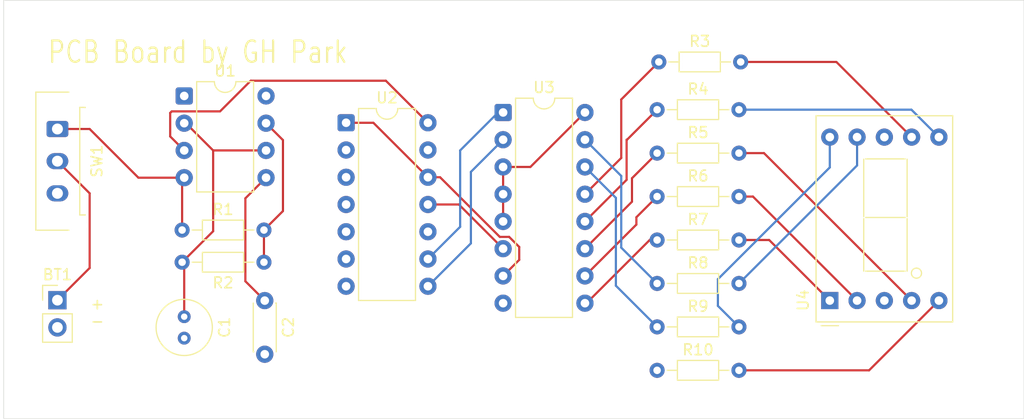
<source format=kicad_pcb>
(kicad_pcb (version 20241229) (generator "pcbnew") (generator_version "9.0")
  (layers (0 "F.Cu" signal) (2 "B.Cu" signal) (13 "F.Paste" user) (15 "B.Paste" user) (5 "F.SilkS" user "F.Silkscreen") (7 "B.SilkS" user "B.Silkscreen") (1 "F.Mask" user) (3 "B.Mask" user) (25 "Edge.Cuts" user))
  (net 0 "")
  (net 1 "GND")
  (net 2 "Net-(U1-DIS)")
  (net 3 "Net-(U1-CV)")
  (net 4 "VCC")
  (net 5 "Net-(U1-Q)")
  (net 6 "Net-(U3-a)")
  (net 7 "Net-(U3-b)")
  (net 8 "Net-(U3-c)")
  (net 9 "Net-(U3-d)")
  (net 10 "Net-(U3-e)")
  (net 11 "Net-(U3-f)")
  (net 12 "Net-(U3-g)")
  (net 13 "Net-(U2-Q2)")
  (net 14 "Net-(U2-CP1..3)")
  (net 15 "Net-(U2-Q3)")
  (net 16 "Net-(U2-Q1)")
  (net 17 "Net-(U1-THR)")
  (net 18 "Net-(U4-A)")
  (net 19 "Net-(U4-B)")
  (net 20 "Net-(U4-C)")
  (net 21 "Net-(U4-D)")
  (net 22 "Net-(U4-E)")
  (net 23 "Net-(U4-F)")
  (net 24 "Net-(U4-G)")
  (net 25 "Net-(U4-DP)")
  (net 27 "Net-(BT1-+)")
  (footprint "Resistor_THT:R_Axial_DIN0204_L3.6mm_D1.6mm_P7.62mm_Horizontal" (layer "F.Cu") (at 226 78.75)
    (property "Reference" "R3" (at 3.81 -1.92 0) (layer "F.SilkS"))
    (property "Value" "R")
    (fp_line (start 0.94 0) (end 1.89 0) (stroke (width 0.12)) (layer "F.SilkS"))
    (fp_line (start 6.68 0) (end 5.73 0) (stroke (width 0.12)) (layer "F.SilkS"))
    (fp_rect (start 1.89 -0.92) (end 5.73 0.92) (stroke (width 0.12)) (fill no) (layer "F.SilkS"))
    (pad "1" thru_hole circle (at 0 0) (size 1.4 1.4) (drill 0.7) (layers "*.Cu" "*.Mask") (net 6 "Net-(U3-a)"))
    (pad "2" thru_hole circle (at 7.62 0) (size 1.4 1.4) (drill 0.7) (layers "*.Cu" "*.Mask") (net 18 "Net-(U4-A)"))
  )
  (footprint "Connector_PinHeader_2.54mm:PinHeader_1x02_P2.54mm_Vertical" (layer "F.Cu") (at 170 100.96)
    (property "Reference" "BT1" (at 0 -2.38 0) (layer "F.SilkS"))
    (property "Value" "Battery")
    (fp_line (start -1.38 -1.38) (end 0 -1.38) (stroke (width 0.12)) (layer "F.SilkS"))
    (fp_line (start -1.38 0) (end -1.38 -1.38) (stroke (width 0.12)) (layer "F.SilkS"))
    (fp_line (start -1.38 1.27) (end -1.38 3.92) (stroke (width 0.12)) (layer "F.SilkS"))
    (fp_line (start -1.38 1.27) (end 1.38 1.27) (stroke (width 0.12)) (layer "F.SilkS"))
    (fp_line (start -1.38 3.92) (end 1.38 3.92) (stroke (width 0.12)) (layer "F.SilkS"))
    (fp_line (start 1.38 1.27) (end 1.38 3.92) (stroke (width 0.12)) (layer "F.SilkS"))
    (pad "1" thru_hole rect (at 0 0) (size 1.7 1.7) (drill 1) (layers "*.Cu" "*.Mask") (net 27 "Net-(BT1-+)"))
    (pad "2" thru_hole circle (at 0 2.54) (size 1.7 1.7) (drill 1) (layers "*.Cu" "*.Mask") (net 1 "GND"))
  )
  (footprint "Resistor_THT:R_Axial_DIN0204_L3.6mm_D1.6mm_P7.62mm_Horizontal" (layer "F.Cu") (at 181.61 94.42)
    (property "Reference" "R1" (at 3.81 -1.92 0) (layer "F.SilkS"))
    (property "Value" "10k")
    (fp_line (start 0.94 0) (end 1.89 0) (stroke (width 0.12)) (layer "F.SilkS"))
    (fp_line (start 6.68 0) (end 5.73 0) (stroke (width 0.12)) (layer "F.SilkS"))
    (fp_rect (start 1.89 -0.92) (end 5.73 0.92) (stroke (width 0.12)) (fill no) (layer "F.SilkS"))
    (pad "1" thru_hole circle (at 0 0) (size 1.4 1.4) (drill 0.7) (layers "*.Cu" "*.Mask") (net 4 "VCC"))
    (pad "2" thru_hole circle (at 7.62 0) (size 1.4 1.4) (drill 0.7) (layers "*.Cu" "*.Mask") (net 2 "Net-(U1-DIS)"))
  )
  (footprint "Package_DIP:DIP-14_W7.62mm" (layer "F.Cu") (at 196.88 84.42)
    (property "Reference" "U2" (at 3.81 -2.33 0) (layer "F.SilkS"))
    (property "Value" "74LS90")
    (fp_line (start 1.16 -1.33) (end 1.16 16.57) (stroke (width 0.12)) (layer "F.SilkS"))
    (fp_line (start 1.16 16.57) (end 6.46 16.57) (stroke (width 0.12)) (layer "F.SilkS"))
    (fp_line (start 2.81 -1.33) (end 1.16 -1.33) (stroke (width 0.12)) (layer "F.SilkS"))
    (fp_line (start 6.46 -1.33) (end 4.81 -1.33) (stroke (width 0.12)) (layer "F.SilkS"))
    (fp_line (start 6.46 16.57) (end 6.46 -1.33) (stroke (width 0.12)) (layer "F.SilkS"))
    (fp_arc (start 4.81 -1.33) (mid 3.81 -0.33) (end 2.81 -1.33) (stroke (width 0.12)) (layer "F.SilkS"))
    (pad "1" thru_hole roundrect (at 0 0) (size 1.6 1.6) (drill 0.8) (layers "*.Cu" "*.Mask") (roundrect_rratio 0.15625) (net 14 "Net-(U2-CP1..3)"))
    (pad "2" thru_hole circle (at 0 2.54) (size 1.6 1.6) (drill 0.8) (layers "*.Cu" "*.Mask") (net 1 "GND"))
    (pad "3" thru_hole circle (at 0 5.08) (size 1.6 1.6) (drill 0.8) (layers "*.Cu" "*.Mask") (net 1 "GND"))
    (pad "4" thru_hole circle (at 0 7.62) (size 1.6 1.6) (drill 0.8) (layers "*.Cu" "*.Mask"))
    (pad "5" thru_hole circle (at 0 10.16) (size 1.6 1.6) (drill 0.8) (layers "*.Cu" "*.Mask") (net 4 "VCC"))
    (pad "6" thru_hole circle (at 0 12.7) (size 1.6 1.6) (drill 0.8) (layers "*.Cu" "*.Mask") (net 1 "GND"))
    (pad "7" thru_hole circle (at 0 15.24) (size 1.6 1.6) (drill 0.8) (layers "*.Cu" "*.Mask") (net 1 "GND"))
    (pad "8" thru_hole circle (at 7.62 15.24) (size 1.6 1.6) (drill 0.8) (layers "*.Cu" "*.Mask") (net 13 "Net-(U2-Q2)"))
    (pad "9" thru_hole circle (at 7.62 12.7) (size 1.6 1.6) (drill 0.8) (layers "*.Cu" "*.Mask") (net 16 "Net-(U2-Q1)"))
    (pad "10" thru_hole circle (at 7.62 10.16) (size 1.6 1.6) (drill 0.8) (layers "*.Cu" "*.Mask") (net 1 "GND"))
    (pad "11" thru_hole circle (at 7.62 7.62) (size 1.6 1.6) (drill 0.8) (layers "*.Cu" "*.Mask") (net 15 "Net-(U2-Q3)"))
    (pad "12" thru_hole circle (at 7.62 5.08) (size 1.6 1.6) (drill 0.8) (layers "*.Cu" "*.Mask") (net 14 "Net-(U2-CP1..3)"))
    (pad "13" thru_hole circle (at 7.62 2.54) (size 1.6 1.6) (drill 0.8) (layers "*.Cu" "*.Mask"))
    (pad "14" thru_hole circle (at 7.62 0) (size 1.6 1.6) (drill 0.8) (layers "*.Cu" "*.Mask") (net 5 "Net-(U1-Q)"))
  )
  (footprint "Package_DIP:DIP-8_W7.62mm" (layer "F.Cu") (at 181.805 81.92)
    (property "Reference" "U1" (at 3.81 -2.33 0) (layer "F.SilkS"))
    (property "Value" "NE555P")
    (fp_line (start 1.16 -1.33) (end 1.16 8.95) (stroke (width 0.12)) (layer "F.SilkS"))
    (fp_line (start 1.16 8.95) (end 6.46 8.95) (stroke (width 0.12)) (layer "F.SilkS"))
    (fp_line (start 2.81 -1.33) (end 1.16 -1.33) (stroke (width 0.12)) (layer "F.SilkS"))
    (fp_line (start 6.46 -1.33) (end 4.81 -1.33) (stroke (width 0.12)) (layer "F.SilkS"))
    (fp_line (start 6.46 8.95) (end 6.46 -1.33) (stroke (width 0.12)) (layer "F.SilkS"))
    (fp_arc (start 4.81 -1.33) (mid 3.81 -0.33) (end 2.81 -1.33) (stroke (width 0.12)) (layer "F.SilkS"))
    (pad "1" thru_hole roundrect (at 0 0) (size 1.6 1.6) (drill 0.8) (layers "*.Cu" "*.Mask") (roundrect_rratio 0.15625) (net 1 "GND"))
    (pad "2" thru_hole circle (at 0 2.54) (size 1.6 1.6) (drill 0.8) (layers "*.Cu" "*.Mask") (net 17 "Net-(U1-THR)"))
    (pad "3" thru_hole circle (at 0 5.08) (size 1.6 1.6) (drill 0.8) (layers "*.Cu" "*.Mask") (net 5 "Net-(U1-Q)"))
    (pad "4" thru_hole circle (at 0 7.62) (size 1.6 1.6) (drill 0.8) (layers "*.Cu" "*.Mask") (net 4 "VCC"))
    (pad "5" thru_hole circle (at 7.62 7.62) (size 1.6 1.6) (drill 0.8) (layers "*.Cu" "*.Mask") (net 3 "Net-(U1-CV)"))
    (pad "6" thru_hole circle (at 7.62 5.08) (size 1.6 1.6) (drill 0.8) (layers "*.Cu" "*.Mask") (net 17 "Net-(U1-THR)"))
    (pad "7" thru_hole circle (at 7.62 2.54) (size 1.6 1.6) (drill 0.8) (layers "*.Cu" "*.Mask") (net 2 "Net-(U1-DIS)"))
    (pad "8" thru_hole circle (at 7.62 0) (size 1.6 1.6) (drill 0.8) (layers "*.Cu" "*.Mask") (net 4 "VCC"))
  )
  (footprint "Package_DIP:DIP-16_W7.62mm" (layer "F.Cu") (at 211.5 83.46)
    (property "Reference" "U3" (at 3.81 -2.33 0) (layer "F.SilkS"))
    (property "Value" "74LS48")
    (fp_line (start 1.16 -1.33) (end 1.16 19.11) (stroke (width 0.12)) (layer "F.SilkS"))
    (fp_line (start 1.16 19.11) (end 6.46 19.11) (stroke (width 0.12)) (layer "F.SilkS"))
    (fp_line (start 2.81 -1.33) (end 1.16 -1.33) (stroke (width 0.12)) (layer "F.SilkS"))
    (fp_line (start 6.46 -1.33) (end 4.81 -1.33) (stroke (width 0.12)) (layer "F.SilkS"))
    (fp_line (start 6.46 19.11) (end 6.46 -1.33) (stroke (width 0.12)) (layer "F.SilkS"))
    (fp_arc (start 4.81 -1.33) (mid 3.81 -0.33) (end 2.81 -1.33) (stroke (width 0.12)) (layer "F.SilkS"))
    (pad "1" thru_hole roundrect (at 0 0) (size 1.6 1.6) (drill 0.8) (layers "*.Cu" "*.Mask") (roundrect_rratio 0.15625) (net 16 "Net-(U2-Q1)"))
    (pad "2" thru_hole circle (at 0 2.54) (size 1.6 1.6) (drill 0.8) (layers "*.Cu" "*.Mask") (net 13 "Net-(U2-Q2)"))
    (pad "3" thru_hole circle (at 0 5.08) (size 1.6 1.6) (drill 0.8) (layers "*.Cu" "*.Mask") (net 4 "VCC"))
    (pad "4" thru_hole circle (at 0 7.62) (size 1.6 1.6) (drill 0.8) (layers "*.Cu" "*.Mask") (net 4 "VCC"))
    (pad "5" thru_hole circle (at 0 10.16) (size 1.6 1.6) (drill 0.8) (layers "*.Cu" "*.Mask") (net 4 "VCC"))
    (pad "6" thru_hole circle (at 0 12.7) (size 1.6 1.6) (drill 0.8) (layers "*.Cu" "*.Mask") (net 15 "Net-(U2-Q3)"))
    (pad "7" thru_hole circle (at 0 15.24) (size 1.6 1.6) (drill 0.8) (layers "*.Cu" "*.Mask") (net 14 "Net-(U2-CP1..3)"))
    (pad "8" thru_hole circle (at 0 17.78) (size 1.6 1.6) (drill 0.8) (layers "*.Cu" "*.Mask") (net 1 "GND"))
    (pad "9" thru_hole circle (at 7.62 17.78) (size 1.6 1.6) (drill 0.8) (layers "*.Cu" "*.Mask") (net 10 "Net-(U3-e)"))
    (pad "10" thru_hole circle (at 7.62 15.24) (size 1.6 1.6) (drill 0.8) (layers "*.Cu" "*.Mask") (net 9 "Net-(U3-d)"))
    (pad "11" thru_hole circle (at 7.62 12.7) (size 1.6 1.6) (drill 0.8) (layers "*.Cu" "*.Mask") (net 8 "Net-(U3-c)"))
    (pad "12" thru_hole circle (at 7.62 10.16) (size 1.6 1.6) (drill 0.8) (layers "*.Cu" "*.Mask") (net 7 "Net-(U3-b)"))
    (pad "13" thru_hole circle (at 7.62 7.62) (size 1.6 1.6) (drill 0.8) (layers "*.Cu" "*.Mask") (net 6 "Net-(U3-a)"))
    (pad "14" thru_hole circle (at 7.62 5.08) (size 1.6 1.6) (drill 0.8) (layers "*.Cu" "*.Mask") (net 12 "Net-(U3-g)"))
    (pad "15" thru_hole circle (at 7.62 2.54) (size 1.6 1.6) (drill 0.8) (layers "*.Cu" "*.Mask") (net 11 "Net-(U3-f)"))
    (pad "16" thru_hole circle (at 7.62 0) (size 1.6 1.6) (drill 0.8) (layers "*.Cu" "*.Mask") (net 4 "VCC"))
  )
  (footprint "Capacitor_THT:C_Disc_D4.3mm_W1.9mm_P5.00mm" (layer "F.Cu") (at 189.305 101 -90)
    (property "Reference" "C2" (at 2.5 -2.2 90) (layer "F.SilkS"))
    (property "Value" "C")
    (fp_line (start 4.77 1.07) (end 0.23 1.07) (stroke (width 0.12)) (layer "F.SilkS"))
    (fp_line (start 4.77 1.014) (end 4.77 1.07) (stroke (width 0.12)) (layer "F.SilkS"))
    (fp_line (start 0.23 -1.014) (end 0.23 -1.07) (stroke (width 0.12)) (layer "F.SilkS"))
    (fp_line (start 0.23 -1.07) (end 4.77 -1.07) (stroke (width 0.12)) (layer "F.SilkS"))
    (pad "1" thru_hole circle (at 0 0 270) (size 1.6 1.6) (drill 0.8) (layers "*.Cu" "*.Mask") (net 3 "Net-(U1-CV)"))
    (pad "2" thru_hole circle (at 5 0 270) (size 1.6 1.6) (drill 0.8) (layers "*.Cu" "*.Mask") (net 1 "GND"))
  )
  (footprint "Display_7Segment:D1X8K" (layer "F.Cu") (at 241.92 100.9975 90)
    (property "Reference" "U4" (at 0.03 -2.48 90) (layer "F.SilkS"))
    (property "Value" "D148K")
    (fp_line (start 17.23 -1.28) (end -1.99 -1.28) (stroke (width 0.12)) (layer "F.SilkS"))
    (fp_line (start 17.23 -1.28) (end 17.23 11.44) (stroke (width 0.12)) (layer "F.SilkS"))
    (fp_line (start -1.99 -1.28) (end -1.99 11.44) (stroke (width 0.12)) (layer "F.SilkS"))
    (fp_line (start -2.34 -0.8) (end -2.34 0.81) (stroke (width 0.12)) (layer "F.SilkS"))
    (fp_line (start 13.1832 3.1594) (end 7.8238 3.1594) (stroke (width 0.12)) (layer "F.SilkS"))
    (fp_line (start 7.646 3.1594) (end 2.7438 3.1594) (stroke (width 0.12)) (layer "F.SilkS"))
    (fp_line (start 13.2086 3.3372) (end 13.2086 7.0202) (stroke (width 0.12)) (layer "F.SilkS"))
    (fp_line (start 7.7476 3.3372) (end 7.7476 7.0202) (stroke (width 0.12)) (layer "F.SilkS"))
    (fp_line (start 2.7438 3.3372) (end 2.7438 7.0202) (stroke (width 0.12)) (layer "F.SilkS"))
    (fp_line (start 13.1832 7.198) (end 7.8238 7.198) (stroke (width 0.12)) (layer "F.SilkS"))
    (fp_line (start 7.646 7.198) (end 2.7438 7.198) (stroke (width 0.12)) (layer "F.SilkS"))
    (fp_line (start 17.23 11.44) (end -1.99 11.44) (stroke (width 0.12)) (layer "F.SilkS"))
    (fp_circle (center 2.557533 8.07) (end 2.836933 7.689) (stroke (width 0.12)) (fill no) (layer "F.SilkS"))
    (pad "1" thru_hole rect (at 0 0) (size 1.6 1.6) (drill 0.8) (layers "*.Cu" "*.Mask") (net 22 "Net-(U4-E)"))
    (pad "2" thru_hole circle (at 0 2.54) (size 1.6 1.6) (drill 0.8) (layers "*.Cu" "*.Mask") (net 21 "Net-(U4-D)"))
    (pad "3" thru_hole circle (at 0 5.08) (size 1.6 1.6) (drill 0.8) (layers "*.Cu" "*.Mask") (net 1 "GND"))
    (pad "4" thru_hole circle (at 0 7.62) (size 1.6 1.6) (drill 0.8) (layers "*.Cu" "*.Mask") (net 20 "Net-(U4-C)"))
    (pad "5" thru_hole circle (at 0 10.16) (size 1.6 1.6) (drill 0.8) (layers "*.Cu" "*.Mask") (net 25 "Net-(U4-DP)"))
    (pad "6" thru_hole circle (at 15.24 10.16) (size 1.6 1.6) (drill 0.8) (layers "*.Cu" "*.Mask") (net 19 "Net-(U4-B)"))
    (pad "7" thru_hole circle (at 15.24 7.62) (size 1.6 1.6) (drill 0.8) (layers "*.Cu" "*.Mask") (net 18 "Net-(U4-A)"))
    (pad "8" thru_hole circle (at 15.24 5.08) (size 1.6 1.6) (drill 0.8) (layers "*.Cu" "*.Mask") (net 1 "GND"))
    (pad "9" thru_hole circle (at 15.24 2.54) (size 1.6 1.6) (drill 0.8) (layers "*.Cu" "*.Mask") (net 23 "Net-(U4-F)"))
    (pad "10" thru_hole circle (at 15.24 0) (size 1.6 1.6) (drill 0.8) (layers "*.Cu" "*.Mask") (net 24 "Net-(U4-G)"))
  )
  (footprint "Capacitor_THT:C_Radial_D5.0mm_H5.0mm_P2.00mm" (layer "F.Cu") (at 181.805 102.5 -90)
    (property "Reference" "C1" (at 1 -3.75 270) (layer "F.SilkS"))
    (property "Value" "100u")
    (fp_circle (center 1 0) (end 3.62 0) (stroke (width 0.12)) (fill no) (layer "F.SilkS"))
    (pad "1" thru_hole circle (at 0 0 270) (size 1.2 1.2) (drill 0.6) (layers "*.Cu" "*.Mask") (net 17 "Net-(U1-THR)"))
    (pad "2" thru_hole circle (at 2 0 270) (size 1.2 1.2) (drill 0.6) (layers "*.Cu" "*.Mask") (net 1 "GND"))
  )
  (footprint "Resistor_THT:R_Axial_DIN0204_L3.6mm_D1.6mm_P7.62mm_Horizontal" (layer "F.Cu") (at 225.84 103.45)
    (property "Reference" "R9" (at 3.81 -1.92 0) (layer "F.SilkS"))
    (property "Value" "R")
    (fp_line (start 0.94 0) (end 1.89 0) (stroke (width 0.12)) (layer "F.SilkS"))
    (fp_line (start 6.68 0) (end 5.73 0) (stroke (width 0.12)) (layer "F.SilkS"))
    (fp_rect (start 1.89 -0.92) (end 5.73 0.92) (stroke (width 0.12)) (fill no) (layer "F.SilkS"))
    (pad "1" thru_hole circle (at 0 0) (size 1.4 1.4) (drill 0.7) (layers "*.Cu" "*.Mask") (net 12 "Net-(U3-g)"))
    (pad "2" thru_hole circle (at 7.62 0) (size 1.4 1.4) (drill 0.7) (layers "*.Cu" "*.Mask") (net 24 "Net-(U4-G)"))
  )
  (footprint "Resistor_THT:R_Axial_DIN0204_L3.6mm_D1.6mm_P7.62mm_Horizontal" (layer "F.Cu") (at 225.84 87.25)
    (property "Reference" "R5" (at 3.81 -1.92 0) (layer "F.SilkS"))
    (property "Value" "R")
    (fp_line (start 0.94 0) (end 1.89 0) (stroke (width 0.12)) (layer "F.SilkS"))
    (fp_line (start 6.68 0) (end 5.73 0) (stroke (width 0.12)) (layer "F.SilkS"))
    (fp_rect (start 1.89 -0.92) (end 5.73 0.92) (stroke (width 0.12)) (fill no) (layer "F.SilkS"))
    (pad "1" thru_hole circle (at 0 0) (size 1.4 1.4) (drill 0.7) (layers "*.Cu" "*.Mask") (net 8 "Net-(U3-c)"))
    (pad "2" thru_hole circle (at 7.62 0) (size 1.4 1.4) (drill 0.7) (layers "*.Cu" "*.Mask") (net 20 "Net-(U4-C)"))
  )
  (footprint "Resistor_THT:R_Axial_DIN0204_L3.6mm_D1.6mm_P7.62mm_Horizontal" (layer "F.Cu") (at 225.84 99.4)
    (property "Reference" "R8" (at 3.81 -1.92 0) (layer "F.SilkS"))
    (property "Value" "R")
    (fp_line (start 0.94 0) (end 1.89 0) (stroke (width 0.12)) (layer "F.SilkS"))
    (fp_line (start 6.68 0) (end 5.73 0) (stroke (width 0.12)) (layer "F.SilkS"))
    (fp_rect (start 1.89 -0.92) (end 5.73 0.92) (stroke (width 0.12)) (fill no) (layer "F.SilkS"))
    (pad "1" thru_hole circle (at 0 0) (size 1.4 1.4) (drill 0.7) (layers "*.Cu" "*.Mask") (net 11 "Net-(U3-f)"))
    (pad "2" thru_hole circle (at 7.62 0) (size 1.4 1.4) (drill 0.7) (layers "*.Cu" "*.Mask") (net 23 "Net-(U4-F)"))
  )
  (footprint "Connector_Molex:Molex_Micro-Fit_3.0_43650-0315_1x03_P3.00mm_Vertical" (layer "F.Cu") (at 170 85 -90)
    (property "Reference" "SW1" (at 3 -3.67 90) (layer "F.SilkS"))
    (property "Value" "SW_SPDT")
    (fp_line (start -3.435 2.01) (end 9.435 2.01) (stroke (width 0.12)) (layer "F.SilkS"))
    (fp_line (start 9.435 2.01) (end 9.435 -1.065) (stroke (width 0.12)) (layer "F.SilkS"))
    (fp_line (start -3.435 -1.065) (end -3.435 2.01) (stroke (width 0.12)) (layer "F.SilkS"))
    (fp_line (start -2.015 -2.08) (end 8.015 -2.08) (stroke (width 0.12)) (layer "F.SilkS"))
    (fp_line (start 8.015 -2.08) (end 8.015 -2.58) (stroke (width 0.12)) (layer "F.SilkS"))
    (fp_line (start -2.015 -2.58) (end -2.015 -2.08) (stroke (width 0.12)) (layer "F.SilkS"))
    (fp_line (start -1.995 -2.58) (end -2.015 -2.58) (stroke (width 0.12)) (layer "F.SilkS"))
    (fp_line (start 8.015 -2.58) (end 7.995 -2.58) (stroke (width 0.12)) (layer "F.SilkS"))
    (pad "" np_thru_hole circle (at -3 -1.96 270) (size 1.27 1.27) (drill 1.27) (layers "*.Cu" "*.Mask"))
    (pad "" np_thru_hole circle (at 9 -1.96 270) (size 1.27 1.27) (drill 1.27) (layers "*.Cu" "*.Mask"))
    (pad "1" thru_hole roundrect (at 0 0 270) (size 1.5 2.02) (drill 1.02) (layers "*.Cu" "*.Mask") (roundrect_rratio 0.166667) (net 4 "VCC"))
    (pad "2" thru_hole oval (at 3 0 270) (size 1.5 2.02) (drill 1.02) (layers "*.Cu" "*.Mask") (net 27 "Net-(BT1-+)"))
    (pad "3" thru_hole oval (at 6 0 270) (size 1.5 2.02) (drill 1.02) (layers "*.Cu" "*.Mask"))
  )
  (footprint "Resistor_THT:R_Axial_DIN0204_L3.6mm_D1.6mm_P7.62mm_Horizontal" (layer "F.Cu") (at 225.84 83.2)
    (property "Reference" "R4" (at 3.81 -1.92 0) (layer "F.SilkS"))
    (property "Value" "R")
    (fp_line (start 0.94 0) (end 1.89 0) (stroke (width 0.12)) (layer "F.SilkS"))
    (fp_line (start 6.68 0) (end 5.73 0) (stroke (width 0.12)) (layer "F.SilkS"))
    (fp_rect (start 1.89 -0.92) (end 5.73 0.92) (stroke (width 0.12)) (fill no) (layer "F.SilkS"))
    (pad "1" thru_hole circle (at 0 0) (size 1.4 1.4) (drill 0.7) (layers "*.Cu" "*.Mask") (net 7 "Net-(U3-b)"))
    (pad "2" thru_hole circle (at 7.62 0) (size 1.4 1.4) (drill 0.7) (layers "*.Cu" "*.Mask") (net 19 "Net-(U4-B)"))
  )
  (footprint "Resistor_THT:R_Axial_DIN0204_L3.6mm_D1.6mm_P7.62mm_Horizontal" (layer "F.Cu") (at 225.84 95.35)
    (property "Reference" "R7" (at 3.81 -1.92 0) (layer "F.SilkS"))
    (property "Value" "R")
    (fp_line (start 0.94 0) (end 1.89 0) (stroke (width 0.12)) (layer "F.SilkS"))
    (fp_line (start 6.68 0) (end 5.73 0) (stroke (width 0.12)) (layer "F.SilkS"))
    (fp_rect (start 1.89 -0.92) (end 5.73 0.92) (stroke (width 0.12)) (fill no) (layer "F.SilkS"))
    (pad "1" thru_hole circle (at 0 0) (size 1.4 1.4) (drill 0.7) (layers "*.Cu" "*.Mask") (net 10 "Net-(U3-e)"))
    (pad "2" thru_hole circle (at 7.62 0) (size 1.4 1.4) (drill 0.7) (layers "*.Cu" "*.Mask") (net 22 "Net-(U4-E)"))
  )
  (footprint "Resistor_THT:R_Axial_DIN0204_L3.6mm_D1.6mm_P7.62mm_Horizontal" (layer "F.Cu") (at 225.84 91.3)
    (property "Reference" "R6" (at 3.81 -1.92 0) (layer "F.SilkS"))
    (property "Value" "R")
    (fp_line (start 0.94 0) (end 1.89 0) (stroke (width 0.12)) (layer "F.SilkS"))
    (fp_line (start 6.68 0) (end 5.73 0) (stroke (width 0.12)) (layer "F.SilkS"))
    (fp_rect (start 1.89 -0.92) (end 5.73 0.92) (stroke (width 0.12)) (fill no) (layer "F.SilkS"))
    (pad "1" thru_hole circle (at 0 0) (size 1.4 1.4) (drill 0.7) (layers "*.Cu" "*.Mask") (net 9 "Net-(U3-d)"))
    (pad "2" thru_hole circle (at 7.62 0) (size 1.4 1.4) (drill 0.7) (layers "*.Cu" "*.Mask") (net 21 "Net-(U4-D)"))
  )
  (footprint "Resistor_THT:R_Axial_DIN0204_L3.6mm_D1.6mm_P7.62mm_Horizontal" (layer "F.Cu") (at 189.23 97.42 180)
    (property "Reference" "R2" (at 3.81 -1.92 0) (layer "F.SilkS"))
    (property "Value" "10k")
    (fp_line (start 6.68 0) (end 5.73 0) (stroke (width 0.12)) (layer "F.SilkS"))
    (fp_line (start 0.94 0) (end 1.89 0) (stroke (width 0.12)) (layer "F.SilkS"))
    (fp_rect (start 1.89 -0.92) (end 5.73 0.92) (stroke (width 0.12)) (fill no) (layer "F.SilkS"))
    (pad "1" thru_hole circle (at 0 0 180) (size 1.4 1.4) (drill 0.7) (layers "*.Cu" "*.Mask") (net 2 "Net-(U1-DIS)"))
    (pad "2" thru_hole circle (at 7.62 0 180) (size 1.4 1.4) (drill 0.7) (layers "*.Cu" "*.Mask") (net 17 "Net-(U1-THR)"))
  )
  (footprint "Resistor_THT:R_Axial_DIN0204_L3.6mm_D1.6mm_P7.62mm_Horizontal" (layer "F.Cu") (at 225.84 107.5)
    (property "Reference" "R10" (at 3.81 -1.92 0) (layer "F.SilkS"))
    (property "Value" "R")
    (fp_line (start 0.94 0) (end 1.89 0) (stroke (width 0.12)) (layer "F.SilkS"))
    (fp_line (start 6.68 0) (end 5.73 0) (stroke (width 0.12)) (layer "F.SilkS"))
    (fp_rect (start 1.89 -0.92) (end 5.73 0.92) (stroke (width 0.12)) (fill no) (layer "F.SilkS"))
    (pad "1" thru_hole circle (at 0 0) (size 1.4 1.4) (drill 0.7) (layers "*.Cu" "*.Mask") (net 5 "Net-(U1-Q)"))
    (pad "2" thru_hole circle (at 7.62 0) (size 1.4 1.4) (drill 0.7) (layers "*.Cu" "*.Mask") (net 25 "Net-(U4-DP)"))
  )
  (gr_rect (start 165 73) (end 260 112) (stroke (width 0.05)) (fill no) (layer "Edge.Cuts"))
  (gr_text "+\n-\n" (at 173 103.5 0) (layer "F.SilkS") (effects (font (size 1 1)) (justify left bottom)))
  (gr_text "PCB Board by GH Park" (at 169 79 0) (layer "F.SilkS") (effects (font (size 2 1.6) (thickness 0.2)) (justify left bottom)))
  (segment (start 191 92.65) (end 189.23 94.42) (width 0.2) (layer "F.Cu") (net 2))
  (segment (start 191 86.035) (end 191 92.65) (width 0.2) (layer "F.Cu") (net 2))
  (segment (start 189.23 94.42) (end 189.23 97.42) (width 0.2) (layer "F.Cu") (net 2))
  (segment (start 189.425 84.46) (end 191 86.035) (width 0.2) (layer "F.Cu") (net 2))
  (segment (start 189.305 101) (end 187.5 99.195) (width 0.2) (layer "F.Cu") (net 3))
  (segment (start 187.5 99.195) (end 187.5 91.465) (width 0.2) (layer "F.Cu") (net 3))
  (segment (start 187.5 91.465) (end 189.425 89.54) (width 0.2) (layer "F.Cu") (net 3))
  (segment (start 181.61 94.42) (end 181.61 89.735) (width 0.2) (layer "F.Cu") (net 4))
  (segment (start 181.61 89.735) (end 181.805 89.54) (width 0.2) (layer "F.Cu") (net 4))
  (segment (start 177.54 89.54) (end 181.805 89.54) (width 0.2) (layer "F.Cu") (net 4))
  (segment (start 173 85) (end 177.54 89.54) (width 0.2) (layer "F.Cu") (net 4))
  (segment (start 211.5 88.54) (end 214.04 88.54) (width 0.2) (layer "F.Cu") (net 4))
  (segment (start 170 85) (end 173 85) (width 0.2) (layer "F.Cu") (net 4))
  (segment (start 211.5 93.62) (end 211.5 88.54) (width 0.2) (layer "F.Cu") (net 4))
  (segment (start 214.04 88.54) (end 219.12 83.46) (width 0.2) (layer "F.Cu") (net 4))
  (segment (start 188 80.5) (end 200.58 80.5) (width 0.2) (layer "F.Cu") (net 5))
  (segment (start 200.58 80.5) (end 204.5 84.42) (width 0.2) (layer "F.Cu") (net 5))
  (segment (start 180.5 83.5) (end 180.641 83.359) (width 0.2) (layer "F.Cu") (net 5))
  (segment (start 180.641 83.359) (end 185.141 83.359) (width 0.2) (layer "F.Cu") (net 5))
  (segment (start 180.5 85.695) (end 180.5 83.5) (width 0.2) (layer "F.Cu") (net 5))
  (segment (start 185.141 83.359) (end 188 80.5) (width 0.2) (layer "F.Cu") (net 5))
  (segment (start 181.805 87) (end 180.5 85.695) (width 0.2) (layer "F.Cu") (net 5))
  (segment (start 222.5 82.25) (end 226 78.75) (width 0.2) (layer "F.Cu") (net 6))
  (segment (start 219.12 91.08) (end 222.5 87.7) (width 0.2) (layer "F.Cu") (net 6))
  (segment (start 222.5 87.7) (end 222.5 82.25) (width 0.2) (layer "F.Cu") (net 6))
  (segment (start 223 86) (end 223.04 86) (width 0.2) (layer "F.Cu") (net 7))
  (segment (start 219.12 93.62) (end 223 89.74) (width 0.2) (layer "F.Cu") (net 7))
  (segment (start 223 89.74) (end 223 86) (width 0.2) (layer "F.Cu") (net 7))
  (segment (start 223.04 86) (end 225.84 83.2) (width 0.2) (layer "F.Cu") (net 7))
  (segment (start 219.12 96.16) (end 223.5 91.78) (width 0.2) (layer "F.Cu") (net 8))
  (segment (start 223.5 91.78) (end 223.5 89.59) (width 0.2) (layer "F.Cu") (net 8))
  (segment (start 223.5 89.59) (end 225.84 87.25) (width 0.2) (layer "F.Cu") (net 8))
  (segment (start 223.91 93.23) (end 223.91 93.91) (width 0.2) (layer "F.Cu") (net 9))
  (segment (start 225.84 91.3) (end 223.91 93.23) (width 0.2) (layer "F.Cu") (net 9))
  (segment (start 219.12 98.7) (end 223.91 93.91) (width 0.2) (layer "F.Cu") (net 9))
  (segment (start 225.15 95.35) (end 225.84 95.35) (width 0.2) (layer "F.Cu") (net 10))
  (segment (start 219.26 101.24) (end 225.15 95.35) (width 0.2) (layer "F.Cu") (net 10))
  (segment (start 219.12 101.24) (end 219.26 101.24) (width 0.2) (layer "F.Cu") (net 10))
  (segment (start 222.5 96.06) (end 225.84 99.4) (width 0.2) (layer "B.Cu") (net 11))
  (segment (start 219.12 86) (end 222.5 89.38) (width 0.2) (layer "B.Cu") (net 11))
  (segment (start 222.5 89.38) (end 222.5 96.06) (width 0.2) (layer "B.Cu") (net 11))
  (segment (start 222 99.61) (end 225.84 103.45) (width 0.2) (layer "B.Cu") (net 12))
  (segment (start 222 91.42) (end 222 99.61) (width 0.2) (layer "B.Cu") (net 12))
  (segment (start 219.12 88.54) (end 222 91.42) (width 0.2) (layer "B.Cu") (net 12))
  (segment (start 208.5 95.66) (end 208.5 89) (width 0.2) (layer "B.Cu") (net 13))
  (segment (start 208.5 89) (end 211.5 86) (width 0.2) (layer "B.Cu") (net 13))
  (segment (start 204.5 99.66) (end 208.5 95.66) (width 0.2) (layer "B.Cu") (net 13))
  (segment (start 205.63137 89.5) (end 204.5 89.5) (width 0.2) (layer "F.Cu") (net 14))
  (segment (start 213 96) (end 213 97.2) (width 0.2) (layer "F.Cu") (net 14))
  (segment (start 196.88 84.42) (end 199.42 84.42) (width 0.2) (layer "F.Cu") (net 14))
  (segment (start 213 96) (end 212.059 95.059) (width 0.2) (layer "F.Cu") (net 14))
  (segment (start 211.19037 95.059) (end 205.63137 89.5) (width 0.2) (layer "F.Cu") (net 14))
  (segment (start 213 97.2) (end 211.5 98.7) (width 0.2) (layer "F.Cu") (net 14))
  (segment (start 212.059 95.059) (end 211.19037 95.059) (width 0.2) (layer "F.Cu") (net 14))
  (segment (start 199.42 84.42) (end 204.5 89.5) (width 0.2) (layer "F.Cu") (net 14))
  (segment (start 204.5 92.04) (end 207.38 92.04) (width 0.2) (layer "F.Cu") (net 15))
  (segment (start 207.38 92.04) (end 211.5 96.16) (width 0.2) (layer "F.Cu") (net 15))
  (segment (start 207.5 87) (end 211.04 83.46) (width 0.2) (layer "B.Cu") (net 16))
  (segment (start 211.04 83.46) (end 211.5 83.46) (width 0.2) (layer "B.Cu") (net 16))
  (segment (start 207.5 94.12) (end 207.5 87) (width 0.2) (layer "B.Cu") (net 16))
  (segment (start 204.5 97.12) (end 207.5 94.12) (width 0.2) (layer "B.Cu") (net 16))
  (segment (start 181.805 97.615) (end 181.61 97.42) (width 0.2) (layer "F.Cu") (net 17))
  (segment (start 184.5 94.53) (end 184.5 87) (width 0.2) (layer "F.Cu") (net 17))
  (segment (start 181.805 84.46) (end 181.96 84.46) (width 0.2) (layer "F.Cu") (net 17))
  (segment (start 181.61 97.42) (end 184.5 94.53) (width 0.2) (layer "F.Cu") (net 17))
  (segment (start 181.805 102.5) (end 181.805 97.615) (width 0.2) (layer "F.Cu") (net 17))
  (segment (start 184.5 87) (end 189.425 87) (width 0.2) (layer "F.Cu") (net 17))
  (segment (start 181.96 84.46) (end 184.5 87) (width 0.2) (layer "F.Cu") (net 17))
  (segment (start 249.54 85.7575) (end 242.5325 78.75) (width 0.2) (layer "F.Cu") (net 18))
  (segment (start 242.5325 78.75) (end 233.62 78.75) (width 0.2) (layer "F.Cu") (net 18))
  (segment (start 249.5225 83.2) (end 252.08 85.7575) (width 0.2) (layer "B.Cu") (net 19))
  (segment (start 233.46 83.2) (end 249.5225 83.2) (width 0.2) (layer "B.Cu") (net 19))
  (segment (start 233.46 87.25) (end 235.7925 87.25) (width 0.2) (layer "F.Cu") (net 20))
  (segment (start 235.7925 87.25) (end 249.54 100.9975) (width 0.2) (layer "F.Cu") (net 20))
  (segment (start 233.46 91.3) (end 234.7625 91.3) (width 0.2) (layer "F.Cu") (net 21))
  (segment (start 234.7625 91.3) (end 244.46 100.9975) (width 0.2) (layer "F.Cu") (net 21))
  (segment (start 236.2725 95.35) (end 241.92 100.9975) (width 0.2) (layer "F.Cu") (net 22))
  (segment (start 233.46 95.35) (end 236.2725 95.35) (width 0.2) (layer "F.Cu") (net 22))
  (segment (start 244.46 88.4) (end 244.46 85.7575) (width 0.2) (layer "B.Cu") (net 23))
  (segment (start 233.46 99.4) (end 244.46 88.4) (width 0.2) (layer "B.Cu") (net 23))
  (segment (start 231.5 99) (end 241.92 88.58) (width 0.2) (layer "B.Cu") (net 24))
  (segment (start 231.5 101.49) (end 231.5 99) (width 0.2) (layer "B.Cu") (net 24))
  (segment (start 233.46 103.45) (end 231.5 101.49) (width 0.2) (layer "B.Cu") (net 24))
  (segment (start 241.92 88.58) (end 241.92 85.7575) (width 0.2) (layer "B.Cu") (net 24))
  (segment (start 245.5775 107.5) (end 252.08 100.9975) (width 0.2) (layer "F.Cu") (net 25))
  (segment (start 233.46 107.5) (end 245.5775 107.5) (width 0.2) (layer "F.Cu") (net 25))
  (segment (start 170 100.96) (end 173 97.96) (width 0.2) (layer "F.Cu") (net 27))
  (segment (start 173 91) (end 170 88) (width 0.2) (layer "F.Cu") (net 27))
  (segment (start 173 97.96) (end 173 91) (width 0.2) (layer "F.Cu") (net 27))
)
</source>
